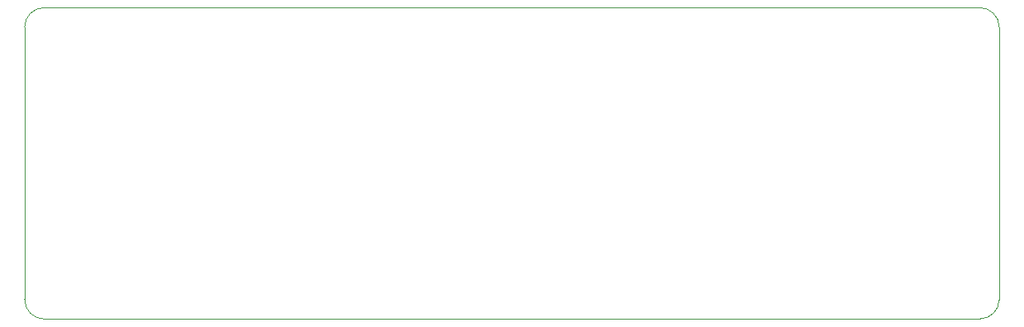
<source format=gbr>
G04 #@! TF.GenerationSoftware,KiCad,Pcbnew,5.1.5+dfsg1-2build2*
G04 #@! TF.CreationDate,2021-02-20T19:42:40+01:00*
G04 #@! TF.ProjectId,charge-hf,63686172-6765-42d6-9866-2e6b69636164,rev?*
G04 #@! TF.SameCoordinates,Original*
G04 #@! TF.FileFunction,Profile,NP*
%FSLAX46Y46*%
G04 Gerber Fmt 4.6, Leading zero omitted, Abs format (unit mm)*
G04 Created by KiCad (PCBNEW 5.1.5+dfsg1-2build2) date 2021-02-20 19:42:40*
%MOMM*%
%LPD*%
G04 APERTURE LIST*
%ADD10C,0.050000*%
G04 APERTURE END LIST*
D10*
X102000000Y-96000001D02*
G75*
G02X99999999Y-94000000I0J2000001D01*
G01*
X99999999Y-66000000D02*
G75*
G02X102000000Y-63999999I2000001J0D01*
G01*
X200000001Y-94000000D02*
G75*
G02X198000000Y-96000001I-2000001J0D01*
G01*
X198000000Y-64000000D02*
G75*
G02X200000000Y-66000000I0J-2000000D01*
G01*
X102000000Y-63999999D02*
X198000000Y-64000000D01*
X200000000Y-66000000D02*
X200000001Y-94000000D01*
X99999999Y-66000000D02*
X100000000Y-94000000D01*
X102000000Y-96000001D02*
X198000000Y-96000000D01*
M02*

</source>
